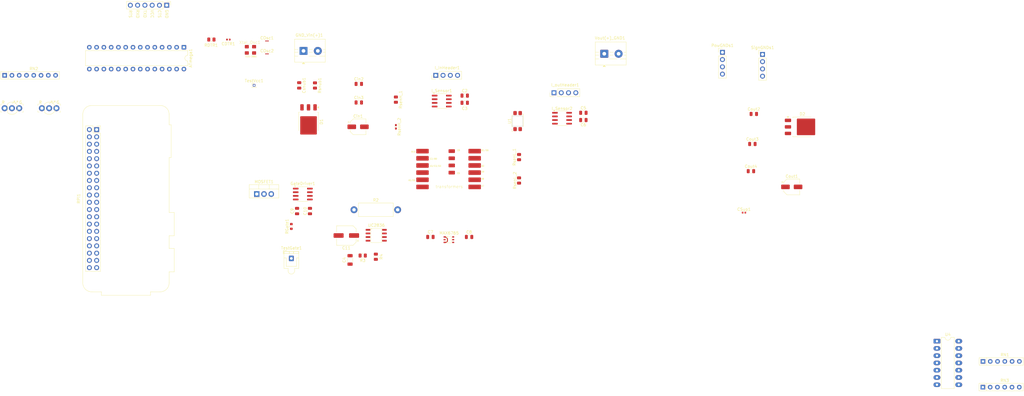
<source format=kicad_pcb>
(kicad_pcb (version 20241229) (generator "pcbnew") (generator_version "9.0")
  (title_block (title "EV Microgrid Flyback Converter ") (company "Cal Poly, Senior Project"))
  (layers (0 "F.Cu" signal) (2 "B.Cu" signal) (13 "F.Paste" user) (15 "B.Paste" user) (5 "F.SilkS" user "F.Silkscreen") (7 "B.SilkS" user "B.Silkscreen") (1 "F.Mask" user) (3 "B.Mask" user) (25 "Edge.Cuts" user))
  (net 0 "")
  (net 1 "/+5Vcc")
  (net 2 "AGND")
  (net 3 "Net-(I_Sensor1-FILTER)")
  (net 4 "PGND")
  (net 5 "/+10Vcc")
  (net 6 "Net-(I_Sensor2-FILTER)")
  (net 7 "Net-(MAX6765-ENABLE)")
  (net 8 "Net-(MAX6765-OUT)")
  (net 9 "/DTR")
  (net 10 "/!Reset")
  (net 11 "Net-(D1-A)")
  (net 12 "/Vin(+)")
  (net 13 "Net-(D2-K)")
  (net 14 "Net-(T1-SA)")
  (net 15 "Net-(D1-K)")
  (net 16 "Net-(D2-A)")
  (net 18 "/PWM")
  (net 20 "Net-(GateDriver1-~{OUT_A})")
  (net 23 "Net-(I_outHeader1-Pin_1)")
  (net 24 "Net-(T1-AA)")
  (net 25 "/IH")
  (net 26 "/IL")
  (net 27 "Net-(UC3836D1-Feedback)")
  (net 34 "/Red1")
  (net 35 "/Green1")
  (net 36 "Net-(D3-A1)")
  (net 37 "Net-(D3-A2)")
  (net 38 "Net-(D4-A2)")
  (net 39 "/Red2")
  (net 40 "/Green2")
  (net 41 "Net-(D4-A1)")
  (net 48 "/VH")
  (net 50 "/VL")
  (net 51 "/SCLK")
  (net 52 "Net-(ATmega1-XTAL1{slash}PB6)")
  (net 53 "Net-(ATmega1-XTAL2{slash}PB7)")
  (net 55 "/!SS")
  (net 56 "/MOSI")
  (net 57 "/RXD")
  (net 59 "/TXD")
  (net 60 "/ProReset")
  (net 61 "/MISO")
  (net 70 "Net-(UC3836D1-Shutdown)")
  (net 71 "Net-(UC3836D1-Driver_Sink)")
  (net 87 "Net-(RPi1-3V3-Pad1)")
  (net 106 "Net-(MOSFET1-G)")
  (footprint "Capacitor_SMD:C_0201_0603Metric" (layer "F.Cu") (at 135 104.5)
    (property "Reference" "COsc2" (at 0 -1.05 0) (layer "F.SilkS"))
    (property "Value" "22pF" (hide yes))
    (pad "1" smd roundrect (at -0.32 0) (size 0.46 0.4) (layers "F.Cu" "F.Mask") (net 2 "AGND"))
    (pad "2" smd roundrect (at 0.32 0) (size 0.46 0.4) (layers "F.Cu" "F.Mask") (net 52 "Net-(ATmega1-XTAL1{slash}PB6)"))
  )
  (footprint "Capacitor_SMD:C_0805_2012Metric" (layer "F.Cu") (at 205.55 168.5)
    (property "Reference" "C8" (at 0 -1.68 0) (layer "F.SilkS"))
    (property "Value" "0.1u" (hide yes))
    (pad "1" smd roundrect (at -0.95 0) (size 1 1.45) (layers "F.Cu" "F.Mask" "F.Paste") (net 8 "Net-(MAX6765-OUT)"))
    (pad "2" smd roundrect (at 0.95 0) (size 1 1.45) (layers "F.Cu" "F.Mask" "F.Paste") (net 1 "/+5Vcc"))
  )
  (footprint "Capacitor_SMD:C_0805_2012Metric" (layer "F.Cu") (at 304.45 136)
    (property "Reference" "Cout3" (at 0 -1.68 0) (layer "F.SilkS"))
    (property "Value" "5u")
    (pad "1" smd roundrect (at -0.95 0) (size 1 1.45) (layers "F.Cu" "F.Mask" "F.Paste") (net 13 "Net-(D2-K)"))
    (pad "2" smd roundrect (at 0.95 0) (size 1 1.45) (layers "F.Cu" "F.Mask" "F.Paste") (net 14 "Net-(T1-SA)"))
  )
  (footprint "Capacitor_SMD:C_0201_0603Metric" (layer "F.Cu") (at 135 100)
    (property "Reference" "COsc1" (at 0 -1.05 0) (layer "F.SilkS"))
    (property "Value" "22pF" (hide yes))
    (pad "1" smd roundrect (at -0.32 0) (size 0.46 0.4) (layers "F.Cu" "F.Mask") (net 2 "AGND"))
    (pad "2" smd roundrect (at 0.32 0) (size 0.46 0.4) (layers "F.Cu" "F.Mask") (net 53 "Net-(ATmega1-XTAL2{slash}PB7)"))
  )
  (footprint "Resistor_SMD:R_0805_2012Metric" (layer "F.Cu") (at 173 175.4125 90)
    (property "Reference" "R4" (at 0 1.894615 90) (layer "F.SilkS"))
    (property "Value" "2.5k" (hide yes))
    (pad "1" smd roundrect (at -0.9125 0 90) (size 1.025 1.4) (layers "F.Cu" "F.Mask" "F.Paste") (roundrect_rratio 0.243902) (net 4 "PGND"))
    (pad "2" smd roundrect (at 0.9125 0 90) (size 1.025 1.4) (layers "F.Cu" "F.Mask" "F.Paste") (roundrect_rratio 0.243902) (net 27 "Net-(UC3836D1-Feedback)"))
  )
  (footprint "Capacitor_SMD:C_0805_2012Metric" (layer "F.Cu") (at 304.95 125.5)
    (property "Reference" "Cout2" (at 0 -1.68 0) (layer "F.SilkS"))
    (property "Value" "5u")
    (pad "1" smd roundrect (at -0.95 0) (size 1 1.45) (layers "F.Cu" "F.Mask" "F.Paste") (net 13 "Net-(D2-K)"))
    (pad "2" smd roundrect (at 0.95 0) (size 1 1.45) (layers "F.Cu" "F.Mask" "F.Paste") (net 14 "Net-(T1-SA)"))
  )
  (footprint "Resistor_SMD:R_0805_2012Metric" (layer "F.Cu") (at 115.5875 99.5)
    (property "Reference" "RDTR1" (at -0.0875 2 0) (layer "F.SilkS"))
    (property "Value" "10k" (hide yes))
    (pad "1" smd roundrect (at -0.9125 0) (size 1.025 1.4) (layers "F.Cu" "F.Mask" "F.Paste") (roundrect_rratio 0.243902) (net 10 "/!Reset"))
    (pad "2" smd roundrect (at 0.9125 0) (size 1.025 1.4) (layers "F.Cu" "F.Mask" "F.Paste") (roundrect_rratio 0.243902) (net 1 "/+5Vcc"))
  )
  (footprint "Capacitor_SMD:C_0805_2012Metric" (layer "F.Cu") (at 167.05 115)
    (property "Reference" "Cin2" (at 0 -1.68 0) (layer "F.SilkS"))
    (property "Value" "5u" (hide yes))
    (pad "1" smd roundrect (at -0.95 0) (size 1 1.45) (layers "F.Cu" "F.Mask" "F.Paste") (net 12 "/Vin(+)"))
    (pad "2" smd roundrect (at 0.95 0) (size 1 1.45) (layers "F.Cu" "F.Mask" "F.Paste") (net 11 "Net-(D1-A)"))
  )
  (footprint "FlybackSpecialtyComps:LED_3pin_P2.54mm" (layer "F.Cu") (at 56.42 123.5)
    (property "Reference" "D4" (hide yes))
    (property "Value" "LED_Dual_AKA" (hide yes))
    (fp_text user "R" (at -0.508 -2.032 0) (layer "F.SilkS"))
    (fp_text user "G" (at 5.588 -2.032 0) (layer "F.SilkS"))
    (pad "1" thru_hole circle (at 0 0) (size 2.1 2.1) (drill 1.1) (layers "*.Cu" "*.Mask") (net 41 "Net-(D4-A1)"))
    (pad "2" thru_hole circle (at 2.54 0) (size 2.1 2.1) (drill 1.1) (layers "*.Cu" "*.Mask") (net 2 "AGND"))
    (pad "3" thru_hole circle (at 5.08 0) (size 2.1 2.1) (drill 1.1) (layers "*.Cu" "*.Mask") (net 38 "Net-(D4-A2)"))
  )
  (footprint "Capacitor_SMD:C_0805_2012Metric" (layer "F.Cu") (at 303.95 145.5)
    (property "Reference" "Cout4" (at 0 -1.68 0) (layer "F.SilkS"))
    (property "Value" "5u")
    (pad "1" smd roundrect (at -0.95 0) (size 1 1.45) (layers "F.Cu" "F.Mask" "F.Paste") (net 13 "Net-(D2-K)"))
    (pad "2" smd roundrect (at 0.95 0) (size 1 1.45) (layers "F.Cu" "F.Mask" "F.Paste") (net 14 "Net-(T1-SA)"))
  )
  (footprint "Package_SO:SOIC-8_3.9x4.9mm_P1.27mm" (layer "F.Cu") (at 238 127)
    (property "Reference" "I_Sensor2" (at 0 -3.4 0) (layer "F.SilkS"))
    (property "Value" "ACS712xLCTR-05B" (hide yes))
    (pad "1" smd roundrect (at -2.475 -1.905) (size 1.95 0.6) (layers "F.Cu" "F.Mask" "F.Paste") (net 23 "Net-(I_outHeader1-Pin_1)"))
    (pad "2" smd roundrect (at -2.475 -0.635) (size 1.95 0.6) (layers "F.Cu" "F.Mask" "F.Paste") (net 23 "Net-(I_outHeader1-Pin_1)"))
    (pad "3" smd roundrect (at -2.475 0.635) (size 1.95 0.6) (layers "F.Cu" "F.Mask" "F.Paste") (net 16 "Net-(D2-A)"))
    (pad "4" smd roundrect (at -2.475 1.905) (size 1.95 0.6) (layers "F.Cu" "F.Mask" "F.Paste") (net 16 "Net-(D2-A)"))
    (pad "5" smd roundrect (at 2.475 1.905) (size 1.95 0.6) (layers "F.Cu" "F.Mask" "F.Paste") (net 2 "AGND"))
    (pad "6" smd roundrect (at 2.475 0.635) (size 1.95 0.6) (layers "F.Cu" "F.Mask" "F.Paste") (net 6 "Net-(I_Sensor2-FILTER)"))
    (pad "7" smd roundrect (at 2.475 -0.635) (size 1.95 0.6) (layers "F.Cu" "F.Mask" "F.Paste") (net 26 "/IL"))
    (pad "8" smd roundrect (at 2.475 -1.905) (size 1.95 0.6) (layers "F.Cu" "F.Mask" "F.Paste") (net 1 "/+5Vcc"))
  )
  (footprint "Package_SO:SOIC-8_3.9x4.9mm_P1.27mm" (layer "F.Cu") (at 147.5 153.5)
    (property "Reference" "GateDriver1" (at 0.021378 -3.66941 0) (layer "F.SilkS"))
    (property "Value" "TC4426xOA" (hide yes))
    (pad "1" smd roundrect (at -2.475 -1.905) (size 1.95 0.6) (layers "F.Cu" "F.Mask" "F.Paste"))
    (pad "2" smd roundrect (at -2.475 -0.635) (size 1.95 0.6) (layers "F.Cu" "F.Mask" "F.Paste") (net 18 "/PWM"))
    (pad "3" smd roundrect (at -2.475 0.635) (size 1.95 0.6) (layers "F.Cu" "F.Mask" "F.Paste") (net 4 "PGND"))
    (pad "4" smd roundrect (at -2.475 1.905) (size 1.95 0.6) (layers "F.Cu" "F.Mask" "F.Paste"))
    (pad "5" smd roundrect (at 2.475 1.905) (size 1.95 0.6) (layers "F.Cu" "F.Mask" "F.Paste"))
    (pad "6" smd roundrect (at 2.475 0.635) (size 1.95 0.6) (layers "F.Cu" "F.Mask" "F.Paste") (net 5 "/+10Vcc"))
    (pad "7" smd roundrect (at 2.475 -0.635) (size 1.95 0.6) (layers "F.Cu" "F.Mask" "F.Paste") (net 20 "Net-(GateDriver1-~{OUT_A})"))
    (pad "8" smd roundrect (at 2.475 -1.905) (size 1.95 0.6) (layers "F.Cu" "F.Mask" "F.Paste"))
  )
  (footprint "Connector_PinHeader_1.00mm:PinHeader_1x01_P1.00mm_Vertical" (layer "F.Cu") (at 130.5 115.5)
    (property "Reference" "TestVcc1" (at 0 -1.61 0) (layer "F.SilkS"))
    (property "Value" "Conn_01x01_Pin" (hide yes))
    (pad "1" thru_hole rect (at 0 0) (size 0.85 0.85) (drill 0.5) (layers "*.Cu" "*.Mask") (net 1 "/+5Vcc"))
  )
  (footprint "FlybackSpecialtyComps:transformers" (layer "F.Cu") (at 189.289 138.5)
    (property "Reference" "T1" (hide yes))
    (property "Value" "Transformer_1P_1S" (hide yes))
    (fp_text user "B1/D6" (at 20.5 0 0) (layer "F.SilkS") (effects (font (size 0.5 0.5) (thickness 0.1)) (justify left bottom)))
    (fp_text user "C5" (at 12 8 0) (layer "F.SilkS") (effects (font (size 0.5 0.5) (thickness 0.1)) (justify left bottom)))
    (fp_text user "C8" (at 12 0 0) (layer "F.SilkS") (effects (font (size 0.5 0.5) (thickness 0.1)) (justify left bottom)))
    (fp_text user "D9" (at 20.5 7.5 0) (layer "F.SilkS") (effects (font (size 0.5 0.5) (thickness 0.1)) (justify left bottom)))
    (fp_text user "B3" (at 20.5 5.5 0) (layer "F.SilkS") (effects (font (size 0.5 0.5) (thickness 0.1)) (justify left bottom)))
    (fp_text user "transformers" (at 4.5 13 0) (layer "F.SilkS") (effects (font (thickness 0.1)) (justify left bottom)))
    (fp_text user "C2/B9" (at 2.5 3 0) (layer "F.SilkS") (effects (font (size 0.5 0.5) (thickness 0.1)) (justify left bottom)))
    (fp_text user "A5/D5" (at -5 10.5 0) (layer "F.SilkS") (effects (font (size 0.5 0.5) (thickness 0.1)) (justify left bottom)))
    (fp_text user "A8" (at 20.5 10 0) (layer "F.SilkS") (effects (font (size 0.5 0.5) (thickness 0.1)) (justify left bottom)))
    (fp_text user "A3/C3/D3" (at 2.5 5.5 0) (layer "F.SilkS") (effects (font (size 0.5 0.5) (thickness 0.1)) (justify left bottom)))
    (fp_text user "A7" (at 20.5 12.5 0) (layer "F.SilkS") (effects (font (size 0.5 0.5) (thickness 0.1)) (justify left bottom)))
    (fp_text user "B10" (at -4 0.5 0) (layer "F.SilkS") (effects (font (size 0.5 0.5) (thickness 0.1)) (justify left bottom)))
    (pad "1" smd roundrect (at 0 0) (size 4.349 1.615) (layers "F.Cu" "F.Mask" "F.Paste") (roundrect_rratio 0.15) (net 24 "Net-(T1-AA)"))
    (pad "2" smd roundrect (at 0 2.503) (size 4.349 1.615) (layers "F.Cu" "F.Mask" "F.Paste" "Dwgs.User") (roundrect_rratio 0.15) (net 11 "Net-(D1-A)"))
    (pad "3" smd roundrect (at 0 5.006) (size 4.349 1.615) (layers "F.Cu" "F.Mask" "F.Paste" "Dwgs.User") (roundrect_rratio 0.15) (net 14 "Net-(T1-SA)"))
    (pad "4" smd roundrect (at 0 7.509) (size 4.349 1.615) (layers "F.Cu" "F.Mask" "F.Paste" "Dwgs.User") (roundrect_rratio 0.15) (net 23 "Net-(I_outHeader1-Pin_1)"))
    (pad "5" smd roundrect (at 0 10.012) (size 4.349 1.615) (layers "F.Cu" "F.Mask" "F.Paste" "Dwgs.User") (roundrect_rratio 0.15))
    (pad "6" smd roundrect (at 0 12.515) (size 4.349 1.615) (layers "F.Cu" "F.Mask" "F.Paste" "Dwgs.User") (roundrect_rratio 0.15))
    (pad "7" smd roundrect (at 18.212 0) (size 4.349 1.615) (layers "F.Cu" "F.Mask" "F.Paste") (roundrect_rratio 0.15))
    (pad "8" smd roundrect (at 18.212 2.503) (size 4.349 1.615) (layers "F.Cu" "F.Mask" "F.Paste") (roundrect_rratio 0.15))
    (pad "9" smd roundrect (at 18.212 5.006) (size 4.349 1.615) (layers "F.Cu" "F.Mask" "F.Paste" "Dwgs.User") (roundrect_rratio 0.15))
    (pad "10" smd roundrect (at 18.212 7.509) (size 4.349 1.615) (layers "F.Cu" "F.Mask" "F.Paste" "Dwgs.User") (roundrect_rratio 0.15))
    (pad "11" smd roundrect (at 18.212 10.012) (size 4.349 1.615) (layers "F.Cu" "F.Mask" "F.Paste" "Dwgs.User") (roundrect_rratio 0.15))
    (pad "12" smd roundrect (at 18.212 12.515) (size 4.349 1.615) (layers "F.Cu" "F.Mask" "F.Paste" "Dwgs.User") (roundrect_rratio 0.15))
    (pad "13" smd roundrect (at 10.211 0) (size 2.21 1.299) (layers "F.Cu" "F.Mask" "F.Paste" "Dwgs.User") (roundrect_rratio 0.15))
    (pad "14" smd roundrect (at 10.211 2.503) (size 2.21 1.299) (layers "F.Cu" "F.Mask" "F.Paste" "Dwgs.User") (roundrect_rratio 0.15))
    (pad "15" smd roundrect (at 10.211 5.006) (size 2.21 1.299) (layers "F.Cu" "F.Mask" "F.Paste" "Dwgs.User") (roundrect_rratio 0.15))
    (pad "16" smd roundrect (at 10.211 7.509) (size 2.21 1.299) (layers "F.Cu" "F.Mask" "F.Paste" "Dwgs.User") (roundrect_rratio 0.15))
  )
  (footprint "Capacitor_SMD:CP_Elec_5x4.5" (layer "F.Cu") (at 166.8 130)
    (property "Reference" "Cin1" (at 0 -3.7 0) (layer "F.SilkS"))
    (property "Value" "10u" (hide yes))
    (pad "1" smd roundrect (at -2.2 0) (size 3 1.6) (layers "F.Cu" "F.Mask" "F.Paste") (roundrect_rratio 0.15625) (net 12 "/Vin(+)"))
    (pad "2" smd roundrect (at 2.2 0) (size 3 1.6) (layers "F.Cu" "F.Mask" "F.Paste") (roundrect_rratio 0.15625) (net 11 "Net-(D1-A)"))
  )
  (footprint "Package_TO_SOT_SMD:TO-252-3_TabPin2" (layer "F.Cu") (at 321.915 130.025)
    (property "Reference" "D2" (at 0 -4.5 0) (layer "F.SilkS"))
    (property "Value" "D")
    (pad "1" smd roundrect (at -5.04 -2.28) (size 2.2 1.2) (layers "F.Cu" "F.Mask" "F.Paste") (roundrect_rratio 0.208333) (net 13 "Net-(D2-K)"))
    (pad "2" smd roundrect (at -5.04 0) (size 2.2 1.2) (layers "F.Cu" "F.Mask" "F.Paste") (roundrect_rratio 0.208333) (net 16 "Net-(D2-A)"))
    (pad "2" smd roundrect (at 1.26 0) (size 6.4 5.8) (layers "F.Cu" "F.Mask") (roundrect_rratio 0.043103) (net 16 "Net-(D2-A)"))
    (pad "3" smd roundrect (at -5.04 2.28) (size 2.2 1.2) (layers "F.Cu" "F.Mask" "F.Paste") (roundrect_rratio 0.208333))
  )
  (footprint "Package_DIP:DIP-14_W7.62mm_LongPads" (layer "F.Cu") (at 368.88 204.92)
    (property "Reference" "U4" (at 3.81 -2.33 0) (layer "F.SilkS"))
    (property "Value" "74HC02")
    (pad "1" thru_hole roundrect (at 0 0) (size 2.4 1.6) (drill 0.8) (layers "*.Cu" "*.Mask") (roundrect_rratio 0.15625))
    (pad "2" thru_hole oval (at 0 2.54) (size 2.4 1.6) (drill 0.8) (layers "*.Cu" "*.Mask"))
    (pad "3" thru_hole oval (at 0 5.08) (size 2.4 1.6) (drill 0.8) (layers "*.Cu" "*.Mask"))
    (pad "4" thru_hole oval (at 0 7.62) (size 2.4 1.6) (drill 0.8) (layers "*.Cu" "*.Mask"))
    (pad "5" thru_hole oval (at 0 10.16) (size 2.4 1.6) (drill 0.8) (layers "*.Cu" "*.Mask"))
    (pad "6" thru_hole oval (at 0 12.7) (size 2.4 1.6) (drill 0.8) (layers "*.Cu" "*.Mask"))
    (pad "7" thru_hole oval (at 0 15.24) (size 2.4 1.6) (drill 0.8) (layers "*.Cu" "*.Mask"))
    (pad "8" thru_hole oval (at 7.62 15.24) (size 2.4 1.6) (drill 0.8) (layers "*.Cu" "*.Mask"))
    (pad "9" thru_hole oval (at 7.62 12.7) (size 2.4 1.6) (drill 0.8) (layers "*.Cu" "*.Mask"))
    (pad "10" thru_hole oval (at 7.62 10.16) (size 2.4 1.6) (drill 0.8) (layers "*.Cu" "*.Mask"))
    (pad "11" thru_hole oval (at 7.62 7.62) (size 2.4 1.6) (drill 0.8) (layers "*.Cu" "*.Mask"))
    (pad "12" thru_hole oval (at 7.62 5.08) (size 2.4 1.6) (drill 0.8) (layers "*.Cu" "*.Mask"))
    (pad "13" thru_hole oval (at 7.62 2.54) (size 2.4 1.6) (drill 0.8) (layers "*.Cu" "*.Mask"))
    (pad "14" thru_hole oval (at 7.62 0) (size 2.4 1.6) (drill 0.8) (layers "*.Cu" "*.Mask"))
  )
  (footprint "Resistor_THT:R_Array_SIP6" (layer "F.Cu") (at 384.96 212)
    (property "Reference" "RN1" (at 7.62 -2.31 0) (layer "F.SilkS"))
    (property "Value" "R_Network05")
    (pad "1" thru_hole rect (at 0 0) (size 1.6 1.6) (drill 0.8) (layers "*.Cu" "*.Mask"))
    (pad "2" thru_hole circle (at 2.54 0) (size 1.6 1.6) (drill 0.8) (layers "*.Cu" "*.Mask"))
    (pad "3" thru_hole circle (at 5.08 0) (size 1.6 1.6) (drill 0.8) (layers "*.Cu" "*.Mask"))
    (pad "4" thru_hole circle (at 7.62 0) (size 1.6 1.6) (drill 0.8) (layers "*.Cu" "*.Mask"))
    (pad "5" thru_hole circle (at 10.16 0) (size 1.6 1.6) (drill 0.8) (layers "*.Cu" "*.Mask"))
    (pad "6" thru_hole circle (at 12.7 0) (size 1.6 1.6) (drill 0.8) (layers "*.Cu" "*.Mask"))
  )
  (footprint "Resistor_THT:R_Array_SIP8" (layer "F.Cu") (at 43.42 112)
    (property "Reference" "RN2" (at 10.16 -2.31 0) (layer "F.SilkS"))
    (property "Value" "R_Pack04_SIP" (hide yes))
    (pad "1" thru_hole rect (at 0 0) (size 1.6 1.6) (drill 0.8) (layers "*.Cu" "*.Mask") (net 34 "/Red1"))
    (pad "2" thru_hole circle (at 2.54 0) (size 1.6 1.6) (drill 0.8) (layers "*.Cu" "*.Mask") (net 36 "Net-(D3-A1)"))
    (pad "3" thru_hole circle (at 5.08 0) (size 1.6 1.6) (drill 0.8) (layers "*.Cu" "*.Mask") (net 35 "/Green1"))
    (pad "4" thru_hole circle (at 7.62 0) (size 1.6 1.6) (drill 0.8) (layers "*.Cu" "*.Mask") (net 37 "Net-(D3-A2)"))
    (pad "5" thru_hole circle (at 10.16 0) (size 1.6 1.6) (drill 0.8) (layers "*.Cu" "*.Mask") (net 39 "/Red2"))
    (pad "6" thru_hole circle (at 12.7 0) (size 1.6 1.6) (drill 0.8) (layers "*.Cu" "*.Mask") (net 41 "Net-(D4-A1)"))
    (pad "7" thru_hole circle (at 15.24 0) (size 1.6 1.6) (drill 0.8) (layers "*.Cu" "*.Mask") (net 40 "/Green2"))
    (pad "8" thru_hole circle (at 17.78 0) (size 1.6 1.6) (drill 0.8) (layers "*.Cu" "*.Mask") (net 38 "Net-(D4-A2)"))
  )
  (footprint "Resistor_SMD:R_0805_2012Metric" (layer "F.Cu") (at 151.75 115.555 -90)
    (property "Reference" "Rsnub1" (at 0 -1.65 90) (layer "F.SilkS"))
    (property "Value" "110" (hide yes))
    (pad "1" smd roundrect (at -0.9125 0 270) (size 1.025 1.4) (layers "F.Cu" "F.Mask" "F.Paste") (roundrect_rratio 0.243902) (net 12 "/Vin(+)"))
    (pad "2" smd roundrect (at 0.9125 0 270) (size 1.025 1.4) (layers "F.Cu" "F.Mask" "F.Paste") (roundrect_rratio 0.243902) (net 15 "Net-(D1-K)"))
  )
  (footprint "Capacitor_SMD:C_0805_2012Metric" (layer "F.Cu") (at 145.5 159.45 90)
    (property "Reference" "C9" (at 0 -1.68 90) (layer "F.SilkS"))
    (property "Value" "10u" (hide yes))
    (pad "1" smd roundrect (at -0.95 0 90) (size 1 1.45) (layers "F.Cu" "F.Mask" "F.Paste") (net 4 "PGND"))
    (pad "2" smd roundrect (at 0.95 0 90) (size 1 1.45) (layers "F.Cu" "F.Mask" "F.Paste") (net 5 "/+10Vcc"))
  )
  (footprint "Connector_PinHeader_2.54mm:PinHeader_1x04_P2.54mm_Vertical" (layer "F.Cu") (at 193.92 112 90)
    (property "Reference" "I_InHeader1" (at 2.641739 4.002154 180) (layer "F.SilkS"))
    (property "Value" "Conn_01x04_Pin" (hide yes))
    (pad "1" thru_hole rect (at 0 0 90) (size 1.7 1.7) (drill 1) (layers "*.Cu" "*.Mask") (net 12 "/Vin(+)"))
    (pad "2" thru_hole circle (at 0 2.54 90) (size 1.7 1.7) (drill 1) (layers "*.Cu" "*.Mask") (net 12 "/Vin(+)"))
    (pad "3" thru_hole circle (at 0 5.08 90) (size 1.7 1.7) (drill 1) (layers "*.Cu" "*.Mask") (net 12 "/Vin(+)"))
    (pad "4" thru_hole circle (at 0 7.62 90) (size 1.7 1.7) (drill 1) (layers "*.Cu" "*.Mask") (net 12 "/Vin(+)"))
  )
  (footprint "Capacitor_SMD:C_0805_2012Metric" (layer "F.Cu") (at 192.05 168.5 180)
    (property "Reference" "C7" (at -0.02189 1.743942 0) (layer "F.SilkS"))
    (property "Value" "10u" (hide yes))
    (pad "1" smd roundrect (at -0.95 0 180) (size 1 1.45) (layers "F.Cu" "F.Mask" "F.Paste") (net 7 "Net-(MAX6765-ENABLE)"))
    (pad "2" smd roundrect (at 0.95 0 180) (size 1 1.45) (layers "F.Cu" "F.Mask" "F.Paste") (net 5 "/+10Vcc"))
  )
  (footprint "Capacitor_SMD:C_0805_2012Metric" (layer "F.Cu") (at 146.25 115.5175 -90)
    (property "Reference" "Csnub1" (at 0 -1.68 90) (layer "F.SilkS"))
    (property "Value" "4n" (hide yes))
    (pad "1" smd roundrect (at -0.95 0 270) (size 1 1.45) (layers "F.Cu" "F.Mask" "F.Paste") (net 12 "/Vin(+)"))
    (pad "2" smd roundrect (at 0.95 0 270) (size 1 1.45) (layers "F.Cu" "F.Mask" "F.Paste") (net 15 "Net-(D1-K)"))
  )
  (footprint "Capacitor_SMD:CP_Elec_5x4.5" (layer "F.Cu") (at 318.2 151)
    (property "Reference" "Cout1" (at 0 -3.7 0) (layer "F.SilkS"))
    (property "Value" "15u")
    (pad "1" smd roundrect (at -2.2 0) (size 3 1.6) (layers "F.Cu" "F.Mask" "F.Paste") (roundrect_rratio 0.15625) (net 13 "Net-(D2-K)"))
    (pad "2" smd roundrect (at 2.2 0) (size 3 1.6) (layers "F.Cu" "F.Mask" "F.Paste") (roundrect_rratio 0.15625) (net 14 "Net-(T1-SA)"))
  )
  (footprint "Capacitor_SMD:C_0402_1005Metric" (layer "F.Cu") (at 301.52 160)
    (property "Reference" "CSup1" (at 0 -1.16 0) (layer "F.SilkS"))
    (property "Value" "1uF")
    (pad "1" smd roundrect (at -0.48 0) (size 0.56 0.62) (layers "F.Cu" "F.Mask" "F.Paste") (net 1 "/+5Vcc"))
    (pad "2" smd roundrect (at 0.48 0) (size 0.56 0.62) (layers "F.Cu" "F.Mask" "F.Paste") (net 4 "PGND"))
  )
  (footprint "Capacitor_SMD:C_0805_2012Metric" (layer "F.Cu") (at 204.026795 119.095)
    (property "Reference" "C2" (at 0 -1.68 0) (layer "F.SilkS"))
    (property "Value" "0.1u" (hide yes))
    (pad "1" smd roundrect (at -0.95 0) (size 1 1.45) (layers "F.Cu" "F.Mask" "F.Paste") (net 1 "/+5Vcc"))
    (pad "2" smd roundrect (at 0.95 0) (size 1 1.45) (layers "F.Cu" "F.Mask" "F.Paste") (net 2 "AGND"))
  )
  (footprint "Capacitor_SMD:C_0805_2012Metric" (layer "F.Cu") (at 245.45 125.095)
    (property "Reference" "C5" (at 0 -1.68 0) (layer "F.SilkS"))
    (property "Value" "0.1u" (hide yes))
    (pad "1" smd roundrect (at -0.95 0) (size 1 1.45) (layers "F.Cu" "F.Mask" "F.Paste") (net 1 "/+5Vcc"))
    (pad "2" smd roundrect (at 0.95 0) (size 1 1.45) (layers "F.Cu" "F.Mask" "F.Paste") (net 2 "AGND"))
  )
  (footprint "Connector_PinHeader_2.54mm:PinHeader_1x04_P2.54mm_Vertical" (layer "F.Cu") (at 294 103.96)
    (property "Reference" "PowGNDs1" (at 0 -2.38 0) (layer "F.SilkS"))
    (property "Value" "Conn_01x04_Pin")
    (pad "1" thru_hole rect (at 0 0) (size 1.7 1.7) (drill 1) (layers "*.Cu" "*.Mask") (net 4 "PGND"))
    (pad "2" thru_hole circle (at 0 2.54) (size 1.7 1.7) (drill 1) (layers "*.Cu" "*.Mask") (net 4 "PGND"))
    (pad "3" thru_hole circle (at 0 5.08) (size 1.7 1.7) (drill 1) (layers "*.Cu" "*.Mask") (net 4 "PGND"))
    (pad "4" thru_hole circle (at 0 7.62) (size 1.7 1.7) (drill 1) (layers "*.Cu" "*.Mask") (net 4 "PGND"))
  )
  (footprint "Connector_JST:JST_XH_B1B-XH-AM_1x01_P2.50mm_Vertical" (layer "F.Cu") (at 143.5 176)
    (property "Reference" "TestGate1" (at 0.035087 -3.65022 0) (layer "F.SilkS"))
    (property "Value" "Conn_01x01_Pin" (hide yes))
    (pad "" np_thru_hole circle (at 0 4.35) (size 1.75 1.75) (drill 1.75) (layers "*.Cu" "*.Mask"))
    (pad "1" thru_hole roundrect (at 0 0) (size 1.7 1.95) (drill 0.95) (layers "*.Cu" "*.Mask") (roundrect_rratio 0.147059) (net 106 "Net-(MOSFET1-G)"))
  )
  (footprint "OptoDevice:Everlight_ITR8307" (layer "F.Cu") (at 222.5 128)
    (property "Reference" "U1" (at -2.8 0 90) (layer "F.SilkS"))
    (property "Value" "PLACEHOLDER")
    (fp_line (start -1.85 -1.8) (end 1.85 -1.8) (stroke (width 0.12)) (layer "Edge.Cuts"))
    (fp_line (start -1.85 1.8) (end -1.85 -1.8) (stroke (width 0.12)) (layer "Edge.Cuts"))
    (fp_line (start 1.85 -1.8) (end 1.85 1.8) (stroke (width 0.12)) (layer "Edge.Cuts"))
    (fp_line (start 1.85 1.8) (end -1.85 1.8) (stroke (width 0.12)) (layer "Edge.Cuts"))
    (fp_text user "1" (at -2.32 3.76 0) (layer "F.SilkS") (effects (font (size 0.8 0.8) (thickness 0.1)) (justify left bottom)))
    (pad "1" smd roundrect (at -0.9 2.8) (size 1.2 1.4) (layers "F.Cu" "F.Mask" "F.Paste") (roundrect_rratio 0.2))
    (pad "2" smd roundrect (at -0.9 -2.8) (size 1.2 1.4) (layers "F.Cu" "F.Mask" "F.Paste") (roundrect_rratio 0.2))
    (pad "3" smd roundrect (at 0.9 2.8) (size 1.2 1.4) (layers "F.Cu" "F.Mask" "F.Paste") (roundrect_rratio 0.2))
    (pad "4" smd roundrect (at 0.9 -2.8) (size 1.2 1.4) (layers "F.Cu" "F.Mask" "F.Paste") (roundrect_rratio 0.2))
  )
  (footprint "FlybackSpecialtyComps:Max6765" (layer "F.Cu") (at 197 168.5)
    (property "Reference" "MAX6765" (at 1.566612 -1.363486 0) (layer "F.SilkS"))
    (property "Value" "5V Regulator")
    (pad "1" smd roundrect (at 0 0) (size 0.71 0.46) (layers "F.Cu" "F.Mask" "F.Paste") (roundrect_rratio 0.15) (net 7 "Net-(MAX6765-ENABLE)"))
    (pad "2" smd roundrect (at 0 0.95) (size 0.71 0.46) (layers "F.Cu" "F.Mask" "F.Paste") (roundrect_rratio 0.15) (net 2 "AGND"))
    (pad "3" smd roundrect (at 0 1.9) (size 0.71 0.46) (layers "F.Cu" "F.Mask" "F.Paste") (roundrect_rratio 0.15) (net 7 "Net-(MAX6765-ENABLE)"))
    (pad "4" smd roundrect (at 3 0) (size 0.71 0.46) (layers "F.Cu" "F.Mask" "F.Paste") (roundrect_rratio 0.15) (net 8 "Net-(MAX6765-OUT)"))
    (pad "5" smd roundrect (at 3 0.95) (size 0.71 0.46) (layers "F.Cu" "F.Mask" "F.Paste") (roundrect_rratio 0.15))
    (pad "6" smd roundrect (at 3 1.9) (size 0.71 0.46) (layers "F.Cu" "F.Mask" "F.Paste") (roundrect_rratio 0.15))
  )
  (footprint "FlybackSpecialtyComps:FTDI_USB_TTL_Header" (layer "F.Cu") (at 100 87.5 -90)
    (property "Reference" "Header1" (hide yes))
    (property "Value" "Conn_01x06_Male" (hide yes))
    (fp_text user "RXD" (at 3.048 10.16 270) (layer "F.SilkS"))
    (fp_text user "GND" (at 3.048 0 270) (layer "F.SilkS"))
    (fp_text user "VCC" (at 3.048 5.08 270) (layer "F.SilkS"))
    (fp_text user "RTS" (at 3.048 12.7 270) (layer "F.SilkS"))
    (fp_text user "CTS" (at 3.048 2.54 270) (layer "F.SilkS"))
    (fp_text user "TXD" (at 3.048 7.62 270) (layer "F.SilkS"))
    (pad "1" thru_hole rect (at 0 0 270) (size 1.7 1.7) (drill 1) (layers "*.Cu" "*.Mask") (net 9 "/DTR"))
    (pad "2" thru_hole oval (at 0 2.54 270) (size 1.7 1.7) (drill 1) (layers "*.Cu" "*.Mask") (net 59 "/TXD"))
    (pad "3" thru_hole oval (at 0 5.08 270) (size 1.7 1.7) (drill 1) (layers "*.Cu" "*.Mask") (net 57 "/RXD"))
    (pad "4" thru_hole oval (at 0 7.62 270) (size 1.7 1.7) (drill 1) (layers "*.Cu" "*.Mask") (net 1 "/+5Vcc"))
    (pad "5" thru_hole oval (at 0 10.16 270) (size 1.7 1.7) (drill 1) (layers "*.Cu" "*.Mask") (net 2 "AGND"))
    (pad "6" thru_hole oval (at 0 12.7 270) (size 1.7 1.7) (drill 1) (layers "*.Cu" "*.Mask") (net 2 "AGND"))
  )
  (footprint "Resistor_SMD:R_0805_2012Metric" (layer "F.Cu") (at 180 120.5 -90)
    (property "Reference" "RsenH_1" (at 0 -1.65 90) (layer "F.SilkS"))
    (property "Value" "120k" (hide yes))
    (pad "1" smd roundrect (at -0.9125 0 270) (size 1.025 1.4) (layers "F.Cu" "F.Mask" "F.Paste") (roundrect_rratio 0.243902) (net 48 "/VH"))
    (pad "2" smd roundrect (at 0.9125 0 270) (size 1.025 1.4) (layers "F.Cu" "F.Mask" "F.Paste") (roundrect_rratio 0.243902) (net 24 "Net-(T1-AA)"))
  )
  (footprint "Connector_PinHeader_2.54mm:PinHeader_1x04_P2.54mm_Vertical" (layer "F.Cu") (at 235.19 118.095 90)
    (property "Reference" "I_outHeader1" (at 2.725367 3.895312 180) (layer "F.SilkS"))
    (property "Value" "Conn_01x04_Pin" (hide yes))
    (pad "1" thru_hole rect (at 0 0 90) (size 1.7 1.7) (drill 1) (layers "*.Cu" "*.Mask") (net 23 "Net-(I_outHeader1-Pin_1)"))
    (pad "2" thru_hole circle (at 0 2.54 90) (size 1.7 1.7) (drill 1) (layers "*.Cu" "*.Mask") (net 23 "Net-(I_outHeader1-Pin_1)"))
    (pad "3" thru_hole circle (at 0 5.08 90) (size 1.7 1.7) (drill 1) (layers "*.Cu" "*.Mask") (net 23 "Net-(I_outHeader1-Pin_1)"))
    (pad "4" thru_hole circle (at 0 7.62 90) (size 1.7 1.7) (drill 1) (layers "*.Cu" "*.Mask") (net 23 "Net-(I_outHeader1-Pin_1)"))
  )
  (footprint "Package_SO:SOIC-8_3.9x4.9mm_P1.27mm" (layer "F.Cu") (at 196 121)
    (property "Reference" "I_Sensor1" (at 0.00666 -3.628583 0) (layer "F.SilkS"))
    (property "Value" "ACS712xLCTR-05B" (hide yes))
    (pad "1" smd roundrect (at -2.475 -1.905) (size 1.95 0.6) (layers "F.Cu" "F.Mask" "F.Paste") (net 12 "/Vin(+)"))
    (pad "2" smd roundrect (at -2.475 -0.635) (size 1.95 0.6) (layers "F.Cu" "F.Mask" "F.Paste") (net 12 "/Vin(+)"))
    (pad "3" smd roundrect (at -2.475 0.635) (size 1.95 0.6) (layers "F.Cu" "F.Mask" "F.Paste") (net 24 "Net-(T1-AA)"))
    (pad "4" smd roundrect (at -2.475 1.905) (size 1.95 0.6) (layers "F.Cu" "F.Mask" "F.Paste") (net 24 "Net-(T1-AA)"))
    (pad "5" smd roundrect (at 2.475 1.905) (size 1.95 0.6) (layers "F.Cu" "F.Mask" "F.Paste") (net 2 "AGND"))
    (pad "6" smd roundrect (at 2.475 0.635) (size 1.95 0.6) (layers "F.Cu" "F.Mask" "F.Paste") (net 3 "Net-(I_Sensor1-FILTER)"))
    (pad "7" smd roundrect (at 2.475 -0.635) (size 1.95 0.6) (layers "F.Cu" "F.Mask" "F.Paste") (net 25 "/IH"))
    (pad "8" smd roundrect (at 2.475 -1.905) (size 1.95 0.6) (layers "F.Cu" "F.Mask" "F.Paste") (net 1 "/+5Vcc"))
  )
  (footprint "Resistor_SMD:R_0402_1005Metric_Pad0.72x0.64mm_HandSolder" (layer "F.Cu") (at 180 130 -90)
    (property "Reference" "RsenH_2" (at 0 -1.17 90) (layer "F.SilkS"))
    (property "Value" "10k" (hide yes))
    (pad "1" smd roundrect (at -0.5975 0 270) (size 0.715 0.64) (layers "F.Cu" "F.Mask" "F.Paste") (net 11 "Net-(D1-A)"))
    (pad "2" smd roundrect (at 0.5975 0 270) (size 0.715 0.64) (layers "F.Cu" "F.Mask" "F.Paste") (net 48 "/VH"))
  )
  (footprint "Capacitor_SMD:C_0402_1005Metric" (layer "F.Cu") (at 121.52 99.5)
    (property "Reference" "CDTR1" (at -0.02 1.5 0) (layer "F.SilkS"))
    (property "Value" "1uF" (hide yes))
    (pad "1" smd roundrect (at -0.48 0) (size 0.56 0.62) (layers "F.Cu" "F.Mask" "F.Paste") (net 10 "/!Reset"))
    (pad "2" smd roundrect (at 0.48 0) (size 0.56 0.62) (layers "F.Cu" "F.Mask" "F.Paste") (net 9 "/DTR"))
  )
  (footprint "Resistor_SMD:R_0805_2012Metric" (layer "F.Cu") (at 223 140.5875 90)
    (property "Reference" "RsenL_1" (at 0 -1.65 90) (layer "F.SilkS"))
    (property "Value" "120k" (hide yes))
    (pad "1" smd roundrect (at -0.9125 0 90) (size 1.025 1.4) (layers "F.Cu" "F.Mask" "F.Paste") (roundrect_rratio 0.243902) (net 23 "Net-(I_outHeader1-Pin_1)"))
    (pad "2" smd roundrect (at 0.9125 0 90) (size 1.025 1.4) (layers "F.Cu" "F.Mask" "F.Paste") (roundrect_rratio 0.243902) (net 50 "/VL"))
  )
  (footprint "Capacitor_SMD:C_0805_2012Metric" (layer "F.Cu") (at 150 159.45 90)
    (property "Reference" "C10" (at 0 -1.68 90) (layer "F.SilkS"))
    (property "Value" "0.1u" (hide yes))
    (pad "1" smd roundrect (at -0.95 0 90) (size 1 1.45) (layers "F.Cu" "F.Mask" "F.Paste") (net 4 "PGND"))
    (pad "2" smd roundrect (at 0.95 0 90) (size 1 1.45) (layers "F.Cu" "F.Mask" "F.Paste") (net 5 "/+10Vcc"))
  )
  (footprint "Resistor_SMD:R_0805_2012Metric" (layer "F.Cu") (at 168.4125 175)
    (property "Reference" "R3" (at 0 1.715055 0) (layer "F.SilkS"))
    (property "Value" "7500" (hide yes))
    (pad "1" smd roundrect (at -0.9125 0) (size 1.025 1.4) (layers "F.Cu" "F.Mask" "F.Paste") (roundrect_rratio 0.243902) (net 5 "/+10Vcc"))
    (pad "2" smd roundrect (at 0.9125 0) (size 1.025 1.4) (layers "F.Cu" "F.Mask" "F.Paste") (roundrect_rratio 0.243902) (net 27 "Net-(UC3836D1-Feedback)"))
  )
  (footprint "FlybackSpecialtyComps:LED_3pin_P2.54mm" (layer "F.Cu") (at 43.42 123.5)
    (property "Reference" "D3")
    (property "Value" "LED_Dual_AKA" (hide yes))
    (fp_text user "R" (at -0.508 -2.032 0) (layer "F.SilkS"))
    (fp_text user "G" (at 5.588 -2.032 0) (layer "F.SilkS"))
    (pad "1" thru_hole circle (at 0 0) (size 2.1 2.1) (drill 1.1) (layers "*.Cu" "*.Mask") (net 36 "Net-(D3-A1)"))
    (pad "2" thru_hole circle (at 2.54 0) (size 2.1 2.1) (drill 1.1) (layers "*.Cu" "*.Mask") (net 2 "AGND"))
    (pad "3" thru_hole circle (at 5.08 0) (size 2.1 2.1) (drill 1.1) (layers "*.Cu" "*.Mask") (net 37 "Net-(D3-A2)"))
  )
  (footprint "Capacitor_SMD:C_0805_2012Metric" (layer "F.Cu") (at 167.05 121.5)
    (property "Reference" "Cin3" (at 0 -1.68 0) (layer "F.SilkS"))
    (property "Value" "5u" (hide yes))
    (pad "1" smd roundrect (at -0.95 0) (size 1 1.45) (layers "F.Cu" "F.Mask" "F.Paste") (net 12 "/Vin(+)"))
    (pad "2" smd roundrect (at 0.95 0) (size 1 1.45) (layers "F.Cu" "F.Mask" "F.Paste") (net 11 "Net-(D1-A)"))
  )
  (footprint "TerminalBlock:TerminalBlock_MaiXu_MX126-5.0-02P_1x02_P5.00mm" (layer "F.Cu") (at 147.75 103.4675)
    (property "Reference" "GND_Vin(+)1" (at 2 -5.5 0) (layer "F.SilkS"))
    (property "Value" "Screw_Terminal_01x02" (hide yes))
    (pad "1" thru_hole roundrect (at 0 0) (size 2.8 2.8) (drill 1.3) (layers "*.Cu" "*.Mask") (roundrect_rratio 0.089286) (net 12 "/Vin(+)"))
    (pad "2" thru_hole circle (at 5 0) (size 2.8 2.8) (drill 1.3) (layers "*.Cu" "*.Mask") (net 4 "PGND"))
  )
  (footprint "Package_DIP:DIP-28_W7.62mm" (layer "F.Cu") (at 106 102.195 -90)
    (property "Reference" "ATmega1" (at 3.81 -2.33 90) (layer "F.SilkS"))
    (property "Value" "ATmega328P-P" (hide yes))
    (pad "1" thru_hole roundrect (at 0 0 270) (size 1.6 1.6) (drill 0.8) (layers "*.Cu" "*.Mask") (roundrect_rratio 0.15625) (net 10 "/!Reset"))
    (pad "2" thru_hole circle (at 0 2.54 270) (size 1.6 1.6) (drill 0.8) (layers "*.Cu" "*.Mask") (net 57 "/RXD"))
    (pad "3" thru_hole circle (at 0 5.08 270) (size 1.6 1.6) (drill 0.8) (layers "*.Cu" "*.Mask") (net 59 "/TXD"))
    (pad "4" thru_hole circle (at 0 7.62 270) (size 1.6 1.6) (drill 0.8) (layers "*.Cu" "*.Mask") (net 34 "/Red1"))
    (pad "5" thru_hole circle (at 0 10.16 270) (size 1.6 1.6) (drill 0.8) (layers "*.Cu" "*.Mask") (net 35 "/Green1"))
    (pad "6" thru_hole circle (at 0 12.7 270) (size 1.6 1.6) (drill 0.8) (layers "*.Cu" "*.Mask") (net 60 "/ProReset"))
    (pad "7" thru_hole circle (at 0 15.24 270) (size 1.6 1.6) (drill 0.8) (layers "*.Cu" "*.Mask") (net 1 "/+5Vcc"))
    (pad "8" thru_hole circle (at 0 17.78 270) (size 1.6 1.6) (drill 0.8) (layers "*.Cu" "*.Mask") (net 2 "AGND"))
    (pad "9" thru_hole circle (at 0 20.32 270) (size 1.6 1.6) (drill 0.8) (layers "*.Cu" "*.Mask") (net 52 "Net-(ATmega1-XTAL1{slash}PB6)"))
    (pad "10" thru_hole circle (at 0 22.86 270) (size 1.6 1.6) (drill 0.8) (layers "*.Cu" "*.Mask") (net 53 "Net-(ATmega1-XTAL2{slash}PB7)"))
    (pad "11" thru_hole circle (at 0 25.4 270) (size 1.6 1.6) (drill 0.8) (layers "*.Cu" "*.Mask"))
    (pad "12" thru_hole circle (at 0 27.94 270) (size 1.6 1.6) (drill 0.8) (layers "*.Cu" "*.Mask") (net 39 "/Red2"))
    (pad "13" thru_hole circle (at 0 30.48 270) (size 1.6 1.6) (drill 0.8) (layers "*.Cu" "*.Mask") (net 40 "/Green2"))
    (pad "14" thru_hole circle (at 0 33.02 270) (size 1.6 1.6) (drill 0.8) (layers "*.Cu" "*.Mask"))
    (pad "15" thru_hole circle (at 7.62 33.02 270) (size 1.6 1.6) (drill 0.8) (layers "*.Cu" "*.Mask") (net 18 "/PWM"))
    (pad "16" thru_hole circle (at 7.62 30.48 270) (size 1.6 1.6) (drill 0.8) (layers "*.Cu" "*.Mask") (net 55 "/!SS"))
    (pad "17" thru_hole circle (at 7.62 27.94 270) (size 1.6 1.6) (drill 0.8) (layers "*.Cu" "*.Mask") (net 56 "/MOSI"))
    (pad "18" thru_hole circle (at 7.62 25.4 270) (size 1.6 1.6) (drill 0.8) (layers "*.Cu" "*.Mask") (net 61 "/MISO"))
    (pad "19" thru_hole circle (at 7.62 22.86 270) (size 1.6 1.6) (drill 0.8) (layers "*.Cu" "*.Mask") (net 51 "/SCLK"))
    (pad "20" thru_hole circle (at 7.62 20.32 270) (size 1.6 1.6) (drill 0.8) (layers "*.Cu" "*.Mask") (net 1 "/+5Vcc"))
    (pad "21" thru_hole circle (at 7.62 17.78 270) (size 1.6 1.6) (drill 0.8) (layers "*.Cu" "*.Mask"))
    (pad "22" thru_hole circle (at 7.62 15.24 270) (size 1.6 1.6) (drill 0.8) (layers "*.Cu" "*.Mask") (net 2 "AGND"))
    (pad "23" thru_hole circle (at 7.62 12.7 270) (size 1.6 1.6) (drill 0.8) (layers "*.Cu" "*.Mask") (net 48 "/VH"))
    (pad "24" thru_hole circle (at 7.62 10.16 270) (size 1.6 1.6) (drill 0.8) (layers "*.Cu" "*.Mask") (net 25 "/IH"))
    (pad "25" thru_hole circle (at 7.62 7.62 270) (size 1.6 1.6) (drill 0.8) (layers "*.Cu" "*.Mask") (net 50 "/VL"))
    (pad "26" thru_hole circle (at 7.62 5.08 270) (size 1.6 1.6) (drill 0.8) (layers "*.Cu" "*.Mask") (net 26 "/IL"))
    (pad "27" thru_hole circle (at 7.62 2.54 270) (size 1.6 1.6) (drill 0.8) (layers "*.Cu" "*.Mask"))
    (pad "28" thru_hole circle (at 7.62 0 270) (size 1.6 1.6) (drill 0.8) (layers "*.Cu" "*.Mask"))
  )
  (footprint "FlybackSpecialtyComps:UC2836" (layer "F.Cu") (at 170.26 166)
    (property "Reference" "UC3836D1" (hide yes))
    (property "Value" "10V Regulator")
    (fp_text user "UC2836" (at -0.11 -0.9934 0) (layer "F.SilkS") (effects (justify left bottom)))
    (pad "1" smd roundrect (at 0 0 90) (size 0.6 1.6) (layers "F.Cu" "F.Mask" "F.Paste") (roundrect_rratio 0.15) (net 12 "/Vin(+)"))
    (pad "2" smd roundrect (at 0 1.27 90) (size 0.6 1.6) (layers "F.Cu" "F.Mask" "F.Paste") (roundrect_rratio 0.15) (net 70 "Net-(UC3836D1-Shutdown)"))
    (pad "3" smd roundrect (at 0 2.54 90) (size 0.6 1.6) (layers "F.Cu" "F.Mask" "F.Paste") (roundrect_rratio 0.15) (net 4 "PGND"))
    (pad "4" smd roundrect (at 0 3.81 90) (size 0.6 1.6) (layers "F.Cu" "F.Mask" "F.Paste") (roundrect_rratio 0.15) (net 5 "/+10Vcc"))
    (pad "5" smd roundrect (at 5.74 0 90) (size 0.6 1.6) (layers "F.Cu" "F.Mask" "F.Paste") (roundrect_rratio 0.15) (net 27 "Net-(UC3836D1-Feedback)"))
    (pad "6" smd roundrect (at 5.74 1.27 90) (size 0.6 1.6) (layers "F.Cu" "F.Mask" "F.Paste") (roundrect_rratio 0.15) (net 71 "Net-(UC3836D1-Driver_Sink)"))
    (pad "7" smd roundrect (at 5.74 2.54 90) (size 0.6 1.6) (layers "F.Cu" "F.Mask" "F.Paste" "Eco2.User") (roundrect_rratio 0.15) (net 71 "Net-(UC3836D1-Driver_Sink)"))
    (pad "8" smd roundrect (at 5.74 3.81 90) (size 0.6 1.6) (layers "F.Cu" "F.Mask" "F.Paste") (roundrect_rratio 0.15))
  )
  (footprint "Package_TO_SOT_THT:TO-220-3_Vertical" (layer "F.Cu") (at 131.42 153.5)
    (property "Reference" "MOSFET1" (at 2.54 -4.27 0) (layer "F.SilkS"))
    (property "Value" "IRF540N" (hide yes))
    (pad "1" thru_hole rect (at 0 0) (size 1.905 2) (drill 1.1) (layers "*.Cu" "*.Mask") (net 106 "Net-(MOSFET1-G)"))
    (pad "2" thru_hole oval (at 2.54 0) (size 1.905 2) (drill 1.1) (layers "*.Cu" "*.Mask") (net 11 "Net-(D1-A)"))
    (pad "3" thru_hole oval (at 5.08 0) (size 1.905 2) (drill 1.1) (layers "*.Cu" "*.Mask") (net 4 "PGND"))
  )
  (footprint "Capacitor_SMD:C_0805_2012Metric" (layer "F.Cu") (at 204.026795 121.595 180)
    (property "Reference" "C3" (at 0 -2 0) (layer "F.SilkS"))
    (property "Value" "1n" (hide yes))
    (pad "1" smd roundrect (at -0.95 0 180) (size 1 1.45) (layers "F.Cu" "F.Mask" "F.Paste") (net 2 "AGND"))
    (pad "2" smd roundrect (at 0.95 0 180) (size 1 1.45) (layers "F.Cu" "F.Mask" "F.Paste") (net 3 "Net-(I_Sensor1-FILTER)"))
  )
  (footprint "Connector_PinHeader_2.54mm:PinHeader_1x04_P2.54mm_Vertical" (layer "F.Cu") (at 308 104.69)
    (property "Reference" "SignGNDs1" (at 0 -2.38 0) (layer "F.SilkS"))
    (property "Value" "Conn_01x04_Pin")
    (pad "1" thru_hole rect (at 0 0) (size 1.7 1.7) (drill 1) (layers "*.Cu" "*.Mask") (net 2 "AGND"))
    (pad "2" thru_hole circle (at 0 2.54) (size 1.7 1.7) (drill 1) (layers "*.Cu" "*.Mask") (net 2 "AGND"))
    (pad "3" thru_hole circle (at 0 5.08) (size 1.7 1.7) (drill 1) (layers "*.Cu" "*.Mask") (net 2 "AGND"))
    (pad "4" thru_hole circle (at 0 7.62) (size 1.7 1.7) (drill 1) (layers "*.Cu" "*.Mask") (net 2 "AGND"))
  )
  (footprint "Resistor_SMD:R_0603_1608Metric" (layer "F.Cu") (at 143.5 164.825 90)
    (property "Reference" "RGate1" (at 0 -1.5 90) (layer "F.SilkS"))
    (property "Value" "0" (hide yes))
    (pad "1" smd roundrect (at -0.825 0 90) (size 0.8 0.95) (layers "F.Cu" "F.Mask" "F.Paste") (net 20 "Net-(GateDriver1-~{OUT_A})"))
    (pad "2" smd roundrect (at 0.825 0 90) (size 0.8 0.95) (layers "F.Cu" "F.Mask" "F.Paste") (net 106 "Net-(MOSFET1-G)"))
  )
  (footprint "FlybackSpecialtyComps:Raspberry_Pi_Zero_and_Four" (layer "F.Cu") (at 75.54 130.98)
    (property "Reference" "RPi1" (at -6.27 24.13 90) (layer "F.SilkS"))
    (property "Value" "Raspberry_Pi_2_3")
    (pad "" np_thru_hole circle (at -1.27 -4.87 90) (size 2.75 2.75) (drill 2.75) (layers "*.Cu"))
    (pad "" np_thru_hole circle (at -1.27 53.13 90) (size 2.75 2.75) (drill 2.75) (layers "*.Cu"))
    (pad "" np_thru_hole circle (at 21.73 -4.87 90) (size 2.75 2.75) (drill 2.75) (layers "*.Cu"))
    (pad "" np_thru_hole circle (at 21.73 53.13 90) (size 2.75 2.75) (drill 2.75) (layers "*.Cu"))
    (pad "" np_thru_hole circle (at 47.73 -4.87 90) (size 2.75 2.75) (drill 2.75) (layers "*.Cu"))
    (pad "" np_thru_hole circle (at 47.73 53.13 90) (size 2.75 2.75) (drill 2.75) (layers "*.Cu"))
    (pad "1" thru_hole rect (at 0 0) (size 1.7 1.7) (drill 1) (layers "*.Cu" "*.Mask") (net 87 "Net-(RPi1-3V3-Pad1)"))
    (pad "2" thru_hole oval (at -2.54 0) (size 1.7 1.7) (drill 1) (layers "*.Cu" "*.Mask") (net 1 "/+5Vcc"))
    (pad "3" thru_hole oval (at 0 2.54) (size 1.7 1.7) (drill 1) (layers "*.Cu" "*.Mask"))
    (pad "4" thru_hole oval (at -2.54 2.54) (size 1.7 1.7) (drill 1) (layers "*.Cu" "*.Mask") (net 1 "/+5Vcc"))
    (pad "5" thru_hole oval (at 0 5.08) (size 1.7 1.7) (drill 1) (layers "*.Cu" "*.Mask"))
    (pad "6" thru_hole oval (at -2.54 5.08) (size 1.7 1.7) (drill 1) (layers "*.Cu" "*.Mask") (net 2 "AGND"))
    (pad "7" thru_hole oval (at 0 7.62) (size 1.7 1.7) (drill 1) (layers "*.Cu" "*.Mask") (net 10 "/!Reset"))
    (pad "8" thru_hole oval (at -2.54 7.62) (size 1.7 1.7) (drill 1) (layers "*.Cu" "*.Mask"))
    (pad "9" thru_hole oval (at 0 10.16) (size 1.7 1.7) (drill 1) (layers "*.Cu" "*.Mask") (net 2 "AGND"))
    (pad "10" thru_hole oval (at -2.54 10.16) (size 1.7 1.7) (drill 1) (layers "*.Cu" "*.Mask"))
    (pad "11" thru_hole oval (at 0 12.7) (size 1.7 1.7) (drill 1) (layers "*.Cu" "*.Mask"))
    (pad "12" thru_hole oval (at -2.54 12.7) (size 1.7 1.7) (drill 1) (layers "*.Cu" "*.Mask"))
    (pad "13" thru_hole oval (at 0 15.24) (size 1.7 1.7) (drill 1) (layers "*.Cu" "*.Mask"))
    (pad "14" thru_hole oval (at -2.54 15.24) (size 1.7 1.7) (drill 1) (layers "*.Cu" "*.Mask") (net 2 "AGND"))
    (pad "15" thru_hole oval (at 0 17.78) (size 1.7 1.7) (drill 1) (layers "*.Cu" "*.Mask"))
    (pad "16" thru_hole oval (at -2.54 17.78) (size 1.7 1.7) (drill 1) (layers "*.Cu" "*.Mask"))
    (pad "17" thru_hole oval (at 0 20.32) (size 1.7 1.7) (drill 1) (layers "*.Cu" "*.Mask") (net 87 "Net-(RPi1-3V3-Pad1)"))
    (pad "18" thru_hole oval (at -2.54 20.32) (size 1.7 1.7) (drill 1) (layers "*.Cu" "*.Mask"))
    (pad "19" thru_hole oval (at 0 22.86) (size 1.7 1.7) (drill 1) (layers "*.Cu" "*.Mask") (net 56 "/MOSI"))
    (pad "20" thru_hole oval (at -2.54 22.86) (size 1.7 1.7) (drill 1) (layers "*.Cu" "*.Mask") (net 2 "AGND"))
    (pad "21" thru_hole oval (at 0 25.4) (size 1.7 1.7) (drill 1) (layers "*.Cu" "*.Mask") (net 61 "/MISO"))
    (pad "22" thru_hole oval (at -2.54 25.4) (size 1.7 1.7) (drill 1) (layers "*.Cu" "*.Mask"))
    (pad "23" thru_hole oval (at 0 27.94) (size 1.7 1.7) (drill 1) (layers "*.Cu" "*.Mask") (net 51 "/SCLK"))
    (pad "24" thru_hole oval (at -2.54 27.94) (size 1.7 1.7) (drill 1) (layers "*.Cu" "*.Mask"))
    (pad "25" thru_hole oval (at 0 30.48) (size 1.7 1.7) (drill 1) (layers "*.Cu" "*.Mask") (net 2 "AGND"))
    (pad "26" thru_hole oval (at -2.54 30.48) (size 1.7 1.7) (drill 1) (layers "*.Cu" "*.Mask"))
    (pad "27" thru_hole oval (at 0 33.02) (size 1.7 1.7) (drill 1) (layers "*.Cu" "*.Mask"))
    (pad "28" thru_hole oval (at -2.54 33.02) (size 1.7 1.7) (drill 1) (layers "*.Cu" "*.Mask"))
    (pad "29" thru_hole oval (at 0 35.56) (size 1.7 1.7) (drill 1) (layers "*.Cu" "*.Mask"))
    (pad "30" thru_hole oval (at -2.54 35.56) (size 1.7 1.7) (drill 1) (layers "*.Cu" "*.Mask") (net 2 "AGND"))
    (pad "31" thru_hole oval (at 0 38.1) (size 1.7 1.7) (drill 1) (layers "*.Cu" "*.Mask") (net 55 "/!SS"))
    (pad "32" thru_hole oval (at -2.54 38.1) (size 1.7 1.7) (drill 1) (layers "*.Cu" "*.Mask"))
    (pad "33" thru_hole oval (at 0 40.64) (size 1.7 1.7) (drill 1) (layers "*.Cu" "*.Mask"))
    (pad "34" thru_hole oval (at -2.54 40.64) (size 1.7 1.7) (drill 1) (layers "*.Cu" "*.Mask") (net 2 "AGND"))
    (pad "35" thru_hole oval (at 0 43.18) (size 1.7 1.7) (drill 1) (layers "*.Cu" "*.Mask"))
    (pad "36" thru_hole oval (at -2.54 43.18) (size 1.7 1.7) (drill 1) (layers "*.Cu" "*.Mask"))
    (pad "37" thru_hole oval (at 0 45.72) (size 1.7 1.7) (drill 1) (layers "*.Cu" "*.Mask"))
    (pad "38" thru_hole oval (at -2.54 45.72) (size 1.7 1.7) (drill 1) (layers "*.Cu" "*.Mask"))
    (pad "39" thru_hole oval (at 0 48.26) (size 1.7 1.7) (drill 1) (layers "*.Cu" "*.Mask") (net 2 "AGND"))
    (pad "40" thru_hole oval (at -2.54 48.26) (size 1.7 1.7) (drill 1) (layers "*.Cu" "*.Mask"))
  )
  (footprint "Resistor_SMD:R_0805_2012Metric" (layer "F.Cu") (at 223 148.7625 -90)
    (property "Reference" "RsenL_2" (at 0 1.5 90) (layer "F.SilkS"))
    (property "Value" "10k" (hide yes))
    (pad "1" smd roundrect (at -0.9125 0 270) (size 1.025 1.4) (layers "F.Cu" "F.Mask" "F.Paste") (roundrect_rratio 0.243902) (net 50 "/VL"))
    (pad "2" smd roundrect (at 0.9125 0 270) (size 1.025 1.4) (layers "F.Cu" "F.Mask" "F.Paste") (roundrect_rratio 0.243902) (net 14 "Net-(T1-SA)"))
  )
  (footprint "Capacitor_SMD:C_1206_3216Metric" (layer "F.Cu") (at 164 176.525 90)
    (property "Reference" "C4" (at 0 -2.025 90) (layer "F.SilkS"))
    (property "Value" "30u" (hide yes))
    (pad "1" smd roundrect (at -1.475 0 90) (size 1.15 1.8) (layers "F.Cu" "F.Mask" "F.Paste") (roundrect_rratio 0.217391) (net 5 "/+10Vcc"))
    (pad "2" smd roundrect (at 1.475 0 90) (size 1.15 1.8) (layers "F.Cu" "F.Mask" "F.Paste") (roundrect_rratio 0.217391) (net 4 "PGND"))
  )
  (footprint "TerminalBlock:TerminalBlock_MaiXu_MX126-5.0-02P_1x02_P5.00mm" (layer "F.Cu") (at 252.75 104.4675)
    (property "Reference" "Vout(+)_GND1" (at 2 -5.5 0) (layer "F.SilkS"))
    (property "Value" "Screw_Terminal_01x02" (hide yes))
    (pad "1" thru_hole roundrect (at 0 0) (size 2.8 2.8) (drill 1.3) (layers "*.Cu" "*.Mask") (roundrect_rratio 0.089286) (net 13 "Net-(D2-K)"))
    (pad "2" thru_hole circle (at 5 0) (size 2.8 2.8) (drill 1.3) (layers "*.Cu" "*.Mask") (net 4 "PGND"))
  )
  (footprint "Resistor_THT:R_Array_SIP6" (layer "F.Cu") (at 384.92 221)
    (property "Reference" "RN3" (at 7.62 -2.31 0) (layer "F.SilkS"))
    (property "Value" "R_Network05")
    (pad "1" thru_hole rect (at 0 0) (size 1.6 1.6) (drill 0.8) (layers "*.Cu" "*.Mask"))
    (pad "2" thru_hole circle (at 2.54 0) (size 1.6 1.6) (drill 0.8) (layers "*.Cu" "*.Mask"))
    (pad "3" thru_hole circle (at 5.08 0) (size 1.6 1.6) (drill 0.8) (layers "*.Cu" "*.Mask"))
    (pad "4" thru_hole circle (at 7.62 0) (size 1.6 1.6) (drill 0.8) (layers "*.Cu" "*.Mask"))
    (pad "5" thru_hole circle (at 10.16 0) (size 1.6 1.6) (drill 0.8) (layers "*.Cu" "*.Mask"))
    (pad "6" thru_hole circle (at 12.7 0) (size 1.6 1.6) (drill 0.8) (layers "*.Cu" "*.Mask"))
  )
  (footprint "Capacitor_SMD:C_0805_2012Metric" (layer "F.Cu") (at 245.45 127.633596 180)
    (property "Reference" "C6" (at 0 -1.68 0) (layer "F.SilkS"))
    (property "Value" "1n" (hide yes))
    (pad "1" smd roundrect (at -0.95 0 180) (size 1 1.45) (layers "F.Cu" "F.Mask" "F.Paste") (net 2 "AGND"))
    (pad "2" smd roundrect (at 0.95 0 180) (size 1 1.45) (layers "F.Cu" "F.Mask" "F.Paste") (net 6 "Net-(I_Sensor2-FILTER)"))
  )
  (footprint "FlybackSpecialtyComps:oscillator" (layer "F.Cu") (at 127.96 102)
    (property "Reference" "Xtal_Osc1" (at 1.04 -1.5 0) (layer "F.SilkS") (effects (font (thickness 0.1))))
    (property "Value" "ASCO" (hide yes))
    (fp_text user "ECS-3961" (at -0.54 3.73 0) (layer "F.SilkS") (effects (font (size 0.5 0.5) (thickness 0.1)) (justify left bottom)))
    (pad "1" smd roundrect (at 0 0) (size 1.4 1.2) (layers "F.Cu" "F.Mask" "F.Paste") (roundrect_rratio 0.15))
    (pad "2" smd roundrect (at 2.54 0) (size 1.4 1.2) (layers "F.Cu" "F.Mask" "F.Paste") (roundrect_rratio 0.15) (net 2 "AGND"))
    (pad "3" smd roundrect (at 0 2.2) (size 1.4 1.2) (layers "F.Cu" "F.Mask" "F.Paste") (roundrect_rratio 0.15) (net 52 "Net-(ATmega1-XTAL1{slash}PB6)"))
    (pad "4" smd roundrect (at 2.54 2.2) (size 1.4 1.2) (layers "F.Cu" "F.Mask" "F.Paste") (roundrect_rratio 0.15) (net 1 "/+5Vcc"))
  )
  (footprint "Resistor_THT:R_Axial_DIN0414_L11.9mm_D4.5mm_P15.24mm_Horizontal" (layer "F.Cu") (at 165.38 159)
    (property "Reference" "R2" (at 7.62 -3.37 0) (layer "F.SilkS"))
    (property "Value" "0.1" (hide yes))
    (pad "1" thru_hole circle (at 0 0) (size 2.4 2.4) (drill 1.2) (layers "*.Cu" "*.Mask") (net 12 "/Vin(+)"))
    (pad "2" thru_hole oval (at 15.24 0) (size 2.4 2.4) (drill 1.2) (layers "*.Cu" "*.Mask") (net 71 "Net-(UC3836D1-Driver_Sink)"))
  )
  (footprint "Capacitor_SMD:CP_Elec_6.3x7.7" (layer "F.Cu") (at 162.7 168 180)
    (property "Reference" "C11" (at 0 -4.35 0) (layer "F.SilkS"))
    (property "Value" "30u" (hide yes))
    (pad "1" smd roundrect (at -2.7 0 180) (size 3.5 1.6) (layers "F.Cu" "F.Mask" "F.Paste") (roundrect_rratio 0.15625) (net 70 "Net-(UC3836D1-Shutdown)"))
    (pad "2" smd roundrect (at 2.7 0 180) (size 3.5 1.6) (layers "F.Cu" "F.Mask" "F.Paste") (roundrect_rratio 0.15625) (net 4 "PGND"))
  )
  (footprint "Package_TO_SOT_SMD:TO-252-3_TabPin2" (layer "F.Cu") (at 149.5 128.24 -90)
    (property "Reference" "D1" (at 0 -4.5 90) (layer "F.SilkS"))
    (property "Value" "D" (hide yes))
    (pad "1" smd roundrect (at -5.04 -2.28 270) (size 2.2 1.2) (layers "F.Cu" "F.Mask" "F.Paste") (roundrect_rratio 0.208333) (net 15 "Net-(D1-K)"))
    (pad "2" smd roundrect (at -5.04 0 270) (size 2.2 1.2) (layers "F.Cu" "F.Mask" "F.Paste") (roundrect_rratio 0.208333) (net 11 "Net-(D1-A)"))
    (pad "2" smd roundrect (at 1.26 0 270) (size 6.4 5.8) (layers "F.Cu" "F.Mask") (roundrect_rratio 0.043103) (net 11 "Net-(D1-A)"))
    (pad "3" smd roundrect (at -5.04 2.28 270) (size 2.2 1.2) (layers "F.Cu" "F.Mask" "F.Paste") (roundrect_rratio 0.208333))
  )
  (segment (start 197.6 170.4) (end 197 170.4) (width 0.3) (layer "F.Cu") (net 7))
  (segment (start 198 169.145001) (end 198 170) (width 0.3) (layer "F.Cu") (net 7))
  (segment (start 198 170) (end 197.6 170.4) (width 0.3) (layer "F.Cu") (net 7))
  (segment (start 197 168.5) (end 197.354999 168.5) (width 0.3) (layer "F.Cu") (net 7))
  (segment (start 197.354999 168.5) (end 198 169.145001) (width 0.3) (layer "F.Cu") (net 7))
)
</source>
